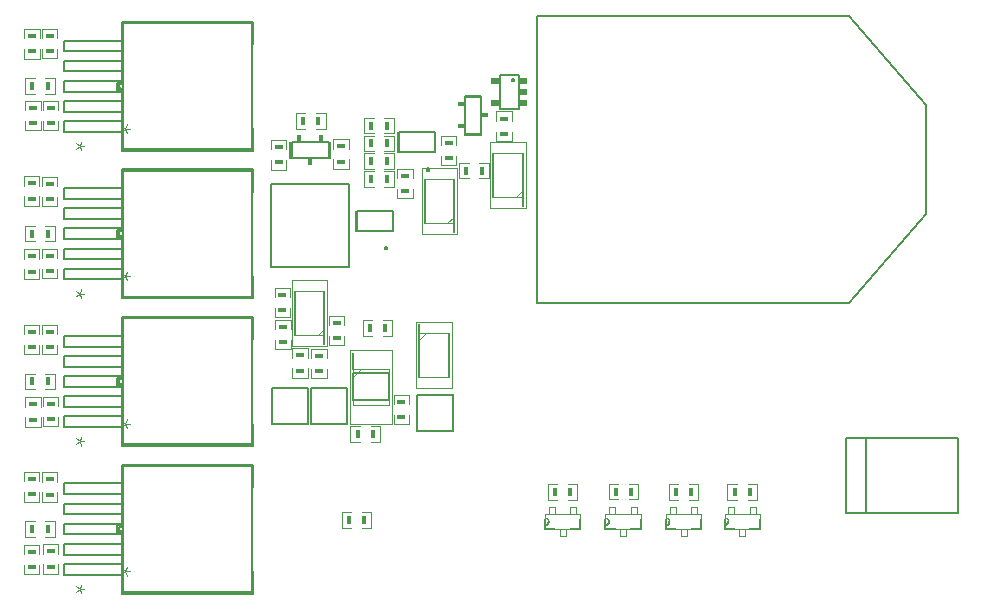
<source format=gbr>
G04 EAGLE Gerber RS-274X export*
G75*
%MOMM*%
%FSLAX34Y34*%
%LPD*%
%INSilkscreen Bottom*%
%IPPOS*%
%AMOC8*
5,1,8,0,0,1.08239X$1,22.5*%
G01*
%ADD10C,0.100000*%
%ADD11R,0.800000X0.300000*%
%ADD12R,0.100000X1.600000*%
%ADD13R,0.300000X0.800000*%
%ADD14R,1.600000X0.100000*%
%ADD15C,0.050000*%
%ADD16C,0.200000*%
%ADD17C,0.127000*%
%ADD18C,0.203200*%
%ADD19C,0.152400*%
%ADD20R,0.457200X0.584200*%
%ADD21R,0.584200X0.457200*%
%ADD22R,0.650000X0.500000*%
%ADD23C,0.076200*%
%ADD24C,0.000000*%


D10*
X364500Y168300D02*
X364500Y176300D01*
X377500Y176300D01*
X377500Y168300D01*
X364500Y159300D02*
X364500Y151300D01*
X377500Y151300D01*
X377500Y159300D01*
D11*
X371000Y170300D03*
X371000Y157300D03*
D12*
X367500Y163800D03*
X374500Y163800D03*
D10*
X64400Y32300D02*
X64400Y24300D01*
X51400Y24300D01*
X51400Y32300D01*
X64400Y41300D02*
X64400Y49300D01*
X51400Y49300D01*
X51400Y41300D01*
D11*
X57900Y30300D03*
X57900Y43300D03*
D12*
X61400Y36800D03*
X54400Y36800D03*
D10*
X67600Y41600D02*
X67600Y49600D01*
X80600Y49600D01*
X80600Y41600D01*
X67600Y32600D02*
X67600Y24600D01*
X80600Y24600D01*
X80600Y32600D01*
D11*
X74100Y43600D03*
X74100Y30600D03*
D12*
X70600Y37100D03*
X77600Y37100D03*
D10*
X67600Y166500D02*
X67600Y174500D01*
X80600Y174500D01*
X80600Y166500D01*
X67600Y157500D02*
X67600Y149500D01*
X80600Y149500D01*
X80600Y157500D01*
D11*
X74100Y168500D03*
X74100Y155500D03*
D12*
X70600Y162000D03*
X77600Y162000D03*
D10*
X64400Y274400D02*
X64400Y282400D01*
X64400Y274400D02*
X51400Y274400D01*
X51400Y282400D01*
X64400Y291400D02*
X64400Y299400D01*
X51400Y299400D01*
X51400Y291400D01*
D11*
X57900Y280400D03*
X57900Y293400D03*
D12*
X61400Y286900D03*
X54400Y286900D03*
D10*
X66600Y291700D02*
X66600Y299700D01*
X79600Y299700D01*
X79600Y291700D01*
X66600Y282700D02*
X66600Y274700D01*
X79600Y274700D01*
X79600Y282700D01*
D11*
X73100Y293700D03*
X73100Y280700D03*
D12*
X69600Y287200D03*
X76600Y287200D03*
D10*
X65400Y400200D02*
X65400Y408200D01*
X65400Y400200D02*
X52400Y400200D01*
X52400Y408200D01*
X65400Y417200D02*
X65400Y425200D01*
X52400Y425200D01*
X52400Y417200D01*
D11*
X58900Y406200D03*
X58900Y419200D03*
D12*
X62400Y412700D03*
X55400Y412700D03*
D10*
X309600Y243000D02*
X309600Y235000D01*
X309600Y243000D02*
X322600Y243000D01*
X322600Y235000D01*
X309600Y226000D02*
X309600Y218000D01*
X322600Y218000D01*
X322600Y226000D01*
D11*
X316100Y237000D03*
X316100Y224000D03*
D12*
X312600Y230500D03*
X319600Y230500D03*
D10*
X67600Y417100D02*
X67600Y425100D01*
X80600Y425100D01*
X80600Y417100D01*
X67600Y408100D02*
X67600Y400100D01*
X80600Y400100D01*
X80600Y408100D01*
D11*
X74100Y419100D03*
X74100Y406100D03*
D12*
X70600Y412600D03*
X77600Y412600D03*
D10*
X337400Y76600D02*
X345400Y76600D01*
X345400Y63600D01*
X337400Y63600D01*
X328400Y76600D02*
X320400Y76600D01*
X320400Y63600D01*
X328400Y63600D01*
D13*
X339400Y70100D03*
X326400Y70100D03*
D14*
X332900Y73600D03*
X332900Y66600D03*
D10*
X344800Y149400D02*
X352800Y149400D01*
X352800Y136400D01*
X344800Y136400D01*
X335800Y149400D02*
X327800Y149400D01*
X327800Y136400D01*
X335800Y136400D01*
D13*
X346800Y142900D03*
X333800Y142900D03*
D14*
X340300Y146400D03*
X340300Y139400D03*
D10*
X260600Y383900D02*
X260600Y391900D01*
X273600Y391900D01*
X273600Y383900D01*
X260600Y374900D02*
X260600Y366900D01*
X273600Y366900D01*
X273600Y374900D01*
D11*
X267100Y385900D03*
X267100Y372900D03*
D12*
X263600Y379400D03*
X270600Y379400D03*
D10*
X65400Y157100D02*
X65400Y149100D01*
X52400Y149100D01*
X52400Y157100D01*
X65400Y166100D02*
X65400Y174100D01*
X52400Y174100D01*
X52400Y166100D01*
D11*
X58900Y155100D03*
X58900Y168100D03*
D12*
X62400Y161600D03*
X55400Y161600D03*
D15*
X308300Y217350D02*
X308300Y273050D01*
X278300Y273050D01*
X278300Y217350D01*
X308300Y217350D01*
D10*
X305800Y226700D02*
X305800Y263700D01*
X280800Y263700D01*
X280800Y226700D01*
X305800Y226700D01*
X300200Y226700D02*
X305800Y232300D01*
D16*
X305800Y218850D02*
X305800Y263700D01*
X280800Y263700D02*
X280800Y226700D01*
D15*
X383700Y237550D02*
X383700Y181850D01*
X413700Y181850D01*
X413700Y237550D01*
X383700Y237550D01*
D10*
X386200Y228200D02*
X386200Y191200D01*
X411200Y191200D01*
X411200Y228200D01*
X386200Y228200D01*
X391800Y228200D02*
X386200Y222600D01*
D16*
X386200Y236050D02*
X386200Y191200D01*
X411200Y191200D02*
X411200Y228200D01*
D15*
X476300Y334250D02*
X476300Y389950D01*
X446300Y389950D01*
X446300Y334250D01*
X476300Y334250D01*
D10*
X473800Y343600D02*
X473800Y380600D01*
X448800Y380600D01*
X448800Y343600D01*
X473800Y343600D01*
X468200Y343600D02*
X473800Y349200D01*
D16*
X473800Y335750D02*
X473800Y380600D01*
X448800Y380600D02*
X448800Y343600D01*
D15*
X327800Y214400D02*
X327800Y151400D01*
X362800Y151400D01*
X362800Y214400D01*
X327800Y214400D01*
D10*
X330300Y197900D02*
X330300Y167900D01*
X360300Y167900D01*
X360300Y197900D01*
X330300Y197900D01*
X336800Y197900D02*
X330300Y191400D01*
D16*
X330300Y194400D02*
X330300Y171400D01*
X360300Y171400D01*
X360300Y194400D01*
X330300Y194400D01*
X329800Y197900D02*
X329800Y211900D01*
D17*
X747400Y139550D02*
X747400Y76050D01*
X763900Y76050D01*
X763900Y139550D01*
X747400Y139550D01*
X763900Y139550D02*
X842600Y139550D01*
X842600Y76050D01*
X763900Y76050D01*
X326800Y355000D02*
X260800Y355000D01*
X260800Y284000D02*
X326800Y284000D01*
X260800Y284000D02*
X260800Y355000D01*
X326800Y355000D02*
X326800Y284000D01*
X260800Y284000D02*
X260800Y355000D01*
X326800Y355000D02*
X326800Y284000D01*
D16*
X414450Y176450D02*
X414450Y145950D01*
X414450Y176450D02*
X383950Y176450D01*
X383950Y145950D01*
X414450Y145950D01*
D10*
X414450Y176750D01*
X383950Y176450D02*
X383950Y146200D01*
D18*
X309424Y376696D02*
X309424Y389904D01*
D19*
X277976Y389904D01*
D18*
X277976Y376696D01*
X309424Y376696D01*
X276976Y376696D02*
X276976Y389824D01*
X276976Y376696D02*
X286564Y376696D01*
X310424Y376696D02*
X310424Y389824D01*
X310424Y376696D02*
X300836Y376696D01*
X295924Y389904D02*
X291336Y389904D01*
D20*
X293700Y373267D03*
X303098Y393333D03*
X284302Y393333D03*
D16*
X294750Y182150D02*
X294750Y151650D01*
X325250Y151650D01*
X325250Y182150D01*
X294750Y182150D01*
D10*
X294750Y151350D01*
X325250Y151650D02*
X325250Y181900D01*
D16*
X261450Y182150D02*
X261450Y151650D01*
X291950Y151650D01*
X291950Y182150D01*
X261450Y182150D01*
D10*
X261450Y151350D01*
X291950Y151650D02*
X291950Y181900D01*
D18*
X425096Y428524D02*
X438304Y428524D01*
D19*
X425096Y428524D02*
X425096Y397076D01*
D18*
X438304Y397076D01*
X438304Y428524D01*
X438304Y396076D02*
X425176Y396076D01*
X438304Y396076D02*
X438304Y405664D01*
X438304Y429524D02*
X425176Y429524D01*
X438304Y429524D02*
X438304Y419936D01*
X425096Y415024D02*
X425096Y410436D01*
D21*
X441733Y412800D03*
X421667Y422198D03*
X421667Y403402D03*
D10*
X79500Y93700D02*
X79500Y85700D01*
X66500Y85700D01*
X66500Y93700D01*
X79500Y102700D02*
X79500Y110700D01*
X66500Y110700D01*
X66500Y102700D01*
D11*
X73000Y91700D03*
X73000Y104700D03*
D12*
X76500Y98200D03*
X69500Y98200D03*
D10*
X64500Y93800D02*
X64500Y85800D01*
X51500Y85800D01*
X51500Y93800D01*
X64500Y102800D02*
X64500Y110800D01*
X51500Y110800D01*
X51500Y102800D01*
D11*
X58000Y91800D03*
X58000Y104800D03*
D12*
X61500Y98300D03*
X54500Y98300D03*
D10*
X664000Y100500D02*
X672000Y100500D01*
X672000Y87500D01*
X664000Y87500D01*
X655000Y100500D02*
X647000Y100500D01*
X647000Y87500D01*
X655000Y87500D01*
D13*
X666000Y94000D03*
X653000Y94000D03*
D14*
X659500Y97500D03*
X659500Y90500D03*
D10*
X277200Y214600D02*
X277200Y222600D01*
X277200Y214600D02*
X264200Y214600D01*
X264200Y222600D01*
X277200Y231600D02*
X277200Y239600D01*
X264200Y239600D01*
X264200Y231600D01*
D11*
X270700Y220600D03*
X270700Y233600D03*
D12*
X274200Y227100D03*
X267200Y227100D03*
D10*
X276500Y241900D02*
X276500Y249900D01*
X276500Y241900D02*
X263500Y241900D01*
X263500Y249900D01*
X276500Y258900D02*
X276500Y266900D01*
X263500Y266900D01*
X263500Y258900D01*
D11*
X270000Y247900D03*
X270000Y260900D03*
D12*
X273500Y254400D03*
X266500Y254400D03*
D10*
X614400Y100500D02*
X622400Y100500D01*
X622400Y87500D01*
X614400Y87500D01*
X605400Y100500D02*
X597400Y100500D01*
X597400Y87500D01*
X605400Y87500D01*
D13*
X616400Y94000D03*
X603400Y94000D03*
D14*
X609900Y97500D03*
X609900Y90500D03*
D10*
X79500Y210500D02*
X79500Y218500D01*
X79500Y210500D02*
X66500Y210500D01*
X66500Y218500D01*
X79500Y227500D02*
X79500Y235500D01*
X66500Y235500D01*
X66500Y227500D01*
D11*
X73000Y216500D03*
X73000Y229500D03*
D12*
X76500Y223000D03*
X69500Y223000D03*
D10*
X64500Y218600D02*
X64500Y210600D01*
X51500Y210600D01*
X51500Y218600D01*
X64500Y227600D02*
X64500Y235600D01*
X51500Y235600D01*
X51500Y227600D01*
D11*
X58000Y216600D03*
X58000Y229600D03*
D12*
X61500Y223100D03*
X54500Y223100D03*
D10*
X291500Y198700D02*
X291500Y190700D01*
X278500Y190700D01*
X278500Y198700D01*
X291500Y207700D02*
X291500Y215700D01*
X278500Y215700D01*
X278500Y207700D01*
D11*
X285000Y196700D03*
X285000Y209700D03*
D12*
X288500Y203200D03*
X281500Y203200D03*
D10*
X77500Y69000D02*
X69500Y69000D01*
X77500Y69000D02*
X77500Y56000D01*
X69500Y56000D01*
X60500Y69000D02*
X52500Y69000D01*
X52500Y56000D01*
X60500Y56000D01*
D13*
X71500Y62500D03*
X58500Y62500D03*
D14*
X65000Y66000D03*
X65000Y59000D03*
D10*
X511900Y100500D02*
X519900Y100500D01*
X519900Y87500D01*
X511900Y87500D01*
X502900Y100500D02*
X494900Y100500D01*
X494900Y87500D01*
X502900Y87500D01*
D13*
X513900Y94000D03*
X500900Y94000D03*
D14*
X507400Y97500D03*
X507400Y90500D03*
D10*
X77500Y194000D02*
X69500Y194000D01*
X77500Y194000D02*
X77500Y181000D01*
X69500Y181000D01*
X60500Y194000D02*
X52500Y194000D01*
X52500Y181000D01*
X60500Y181000D01*
D13*
X71500Y187500D03*
X58500Y187500D03*
D14*
X65000Y191000D03*
X65000Y184000D03*
D10*
X79500Y335900D02*
X79500Y343900D01*
X79500Y335900D02*
X66500Y335900D01*
X66500Y343900D01*
X79500Y352900D02*
X79500Y360900D01*
X66500Y360900D01*
X66500Y352900D01*
D11*
X73000Y341900D03*
X73000Y354900D03*
D12*
X76500Y348400D03*
X69500Y348400D03*
D10*
X64500Y344300D02*
X64500Y336300D01*
X51500Y336300D01*
X51500Y344300D01*
X64500Y353300D02*
X64500Y361300D01*
X51500Y361300D01*
X51500Y353300D01*
D11*
X58000Y342300D03*
X58000Y355300D03*
D12*
X61500Y348800D03*
X54500Y348800D03*
D10*
X69500Y319000D02*
X77500Y319000D01*
X77500Y306000D01*
X69500Y306000D01*
X60500Y319000D02*
X52500Y319000D01*
X52500Y306000D01*
X60500Y306000D01*
D13*
X71500Y312500D03*
X58500Y312500D03*
D14*
X65000Y316000D03*
X65000Y309000D03*
D10*
X79600Y461000D02*
X79600Y469000D01*
X79600Y461000D02*
X66600Y461000D01*
X66600Y469000D01*
X79600Y478000D02*
X79600Y486000D01*
X66600Y486000D01*
X66600Y478000D01*
D11*
X73100Y467000D03*
X73100Y480000D03*
D12*
X76600Y473500D03*
X69600Y473500D03*
D10*
X64600Y468900D02*
X64600Y460900D01*
X51600Y460900D01*
X51600Y468900D01*
X64600Y477900D02*
X64600Y485900D01*
X51600Y485900D01*
X51600Y477900D01*
D11*
X58100Y466900D03*
X58100Y479900D03*
D12*
X61600Y473400D03*
X54600Y473400D03*
D10*
X69500Y444000D02*
X77500Y444000D01*
X77500Y431000D01*
X69500Y431000D01*
X60500Y444000D02*
X52500Y444000D01*
X52500Y431000D01*
X60500Y431000D01*
D13*
X71500Y437500D03*
X58500Y437500D03*
D14*
X65000Y441000D03*
X65000Y434000D03*
D10*
X563400Y100600D02*
X571400Y100600D01*
X571400Y87600D01*
X563400Y87600D01*
X554400Y100600D02*
X546400Y100600D01*
X546400Y87600D01*
X554400Y87600D01*
D13*
X565400Y94100D03*
X552400Y94100D03*
D14*
X558900Y97600D03*
X558900Y90600D03*
D10*
X451400Y408100D02*
X451400Y416100D01*
X464400Y416100D01*
X464400Y408100D01*
X451400Y399100D02*
X451400Y391100D01*
X464400Y391100D01*
X464400Y399100D01*
D11*
X457900Y410100D03*
X457900Y397100D03*
D12*
X454400Y403600D03*
X461400Y403600D03*
D10*
X445000Y372600D02*
X437000Y372600D01*
X445000Y372600D02*
X445000Y359600D01*
X437000Y359600D01*
X428000Y372600D02*
X420000Y372600D01*
X420000Y359600D01*
X428000Y359600D01*
D13*
X439000Y366100D03*
X426000Y366100D03*
D14*
X432500Y369600D03*
X432500Y362600D03*
D10*
X307600Y198200D02*
X307600Y190200D01*
X294600Y190200D01*
X294600Y198200D01*
X307600Y207200D02*
X307600Y215200D01*
X294600Y215200D01*
X294600Y207200D01*
D11*
X301100Y196200D03*
X301100Y209200D03*
D12*
X304600Y202700D03*
X297600Y202700D03*
D10*
X355400Y239200D02*
X363400Y239200D01*
X363400Y226200D01*
X355400Y226200D01*
X346400Y239200D02*
X338400Y239200D01*
X338400Y226200D01*
X346400Y226200D01*
D13*
X357400Y232700D03*
X344400Y232700D03*
D14*
X350900Y236200D03*
X350900Y229200D03*
D10*
X306700Y414600D02*
X298700Y414600D01*
X306700Y414600D02*
X306700Y401600D01*
X298700Y401600D01*
X289700Y414600D02*
X281700Y414600D01*
X281700Y401600D01*
X289700Y401600D01*
D13*
X300700Y408100D03*
X287700Y408100D03*
D14*
X294200Y411600D03*
X294200Y404600D03*
D10*
X313300Y392600D02*
X313300Y384600D01*
X313300Y392600D02*
X326300Y392600D01*
X326300Y384600D01*
X313300Y375600D02*
X313300Y367600D01*
X326300Y367600D01*
X326300Y375600D01*
D11*
X319800Y386600D03*
X319800Y373600D03*
D12*
X316300Y380100D03*
X323300Y380100D03*
D19*
X454100Y418580D02*
X470300Y418580D01*
X470300Y447020D01*
X454100Y447020D01*
X454100Y418580D01*
X454100Y427580D02*
X454100Y438020D01*
X470300Y438020D02*
X470300Y437080D01*
X470300Y428520D02*
X470300Y427580D01*
X470300Y446080D02*
X470300Y447020D01*
X470300Y419520D02*
X470300Y418580D01*
X454100Y418580D02*
X454100Y419520D01*
X454100Y446080D02*
X454100Y447020D01*
D17*
X464200Y442800D02*
X464202Y442863D01*
X464208Y442925D01*
X464218Y442987D01*
X464231Y443049D01*
X464249Y443109D01*
X464270Y443168D01*
X464295Y443226D01*
X464324Y443282D01*
X464356Y443336D01*
X464391Y443388D01*
X464429Y443437D01*
X464471Y443485D01*
X464515Y443529D01*
X464563Y443571D01*
X464612Y443609D01*
X464664Y443644D01*
X464718Y443676D01*
X464774Y443705D01*
X464832Y443730D01*
X464891Y443751D01*
X464951Y443769D01*
X465013Y443782D01*
X465075Y443792D01*
X465137Y443798D01*
X465200Y443800D01*
X465263Y443798D01*
X465325Y443792D01*
X465387Y443782D01*
X465449Y443769D01*
X465509Y443751D01*
X465568Y443730D01*
X465626Y443705D01*
X465682Y443676D01*
X465736Y443644D01*
X465788Y443609D01*
X465837Y443571D01*
X465885Y443529D01*
X465929Y443485D01*
X465971Y443437D01*
X466009Y443388D01*
X466044Y443336D01*
X466076Y443282D01*
X466105Y443226D01*
X466130Y443168D01*
X466151Y443109D01*
X466169Y443049D01*
X466182Y442987D01*
X466192Y442925D01*
X466198Y442863D01*
X466200Y442800D01*
X466198Y442737D01*
X466192Y442675D01*
X466182Y442613D01*
X466169Y442551D01*
X466151Y442491D01*
X466130Y442432D01*
X466105Y442374D01*
X466076Y442318D01*
X466044Y442264D01*
X466009Y442212D01*
X465971Y442163D01*
X465929Y442115D01*
X465885Y442071D01*
X465837Y442029D01*
X465788Y441991D01*
X465736Y441956D01*
X465682Y441924D01*
X465626Y441895D01*
X465568Y441870D01*
X465509Y441849D01*
X465449Y441831D01*
X465387Y441818D01*
X465325Y441808D01*
X465263Y441802D01*
X465200Y441800D01*
X465137Y441802D01*
X465075Y441808D01*
X465013Y441818D01*
X464951Y441831D01*
X464891Y441849D01*
X464832Y441870D01*
X464774Y441895D01*
X464718Y441924D01*
X464664Y441956D01*
X464612Y441991D01*
X464563Y442029D01*
X464515Y442071D01*
X464471Y442115D01*
X464429Y442163D01*
X464391Y442212D01*
X464356Y442264D01*
X464324Y442318D01*
X464295Y442374D01*
X464270Y442432D01*
X464249Y442491D01*
X464231Y442551D01*
X464218Y442613D01*
X464208Y442675D01*
X464202Y442737D01*
X464200Y442800D01*
D22*
X473950Y442300D03*
X473950Y432800D03*
X473950Y423300D03*
X450450Y423300D03*
X450450Y442300D03*
D19*
X135644Y33036D02*
X135644Y23892D01*
X85352Y23892D01*
X85352Y33036D01*
X135644Y33036D01*
X135644Y40910D02*
X135644Y50054D01*
X135644Y40910D02*
X85352Y40910D01*
X85352Y50054D01*
X135644Y50054D01*
X135644Y57928D02*
X135644Y60468D01*
X135644Y57928D02*
X85352Y57928D01*
X85352Y67072D01*
X135644Y67072D01*
X135644Y74946D02*
X135644Y84090D01*
X135644Y74946D02*
X85352Y74946D01*
X85352Y84090D01*
X135644Y84090D01*
X135644Y91964D02*
X135644Y101108D01*
X135644Y91964D02*
X85352Y91964D01*
X85352Y101108D01*
X135644Y101108D01*
X135644Y67072D02*
X135644Y64532D01*
X135644Y60468D01*
X132088Y60722D01*
X132088Y64532D01*
X135644Y64532D01*
X135644Y115840D02*
X135644Y9160D01*
X135644Y115840D02*
X244356Y115840D01*
X244356Y9160D01*
X135644Y9160D01*
D23*
X137112Y26651D02*
X141091Y26651D01*
X137112Y26651D02*
X134127Y28972D01*
X137112Y26651D02*
X134127Y24329D01*
X137112Y26651D02*
X138438Y30298D01*
X137112Y26651D02*
X138438Y23003D01*
D19*
X129548Y23892D02*
X119388Y23892D01*
X119388Y40910D02*
X129548Y40910D01*
X129548Y57928D02*
X119388Y57928D01*
X119388Y74946D02*
X129548Y74946D01*
X129548Y91964D02*
X119388Y91964D01*
X119388Y33036D02*
X129548Y33036D01*
X129548Y50054D02*
X119388Y50054D01*
X119388Y67072D02*
X129548Y67072D01*
X129548Y84090D02*
X119388Y84090D01*
X119388Y101108D02*
X129548Y101108D01*
X134628Y59452D02*
X134628Y7890D01*
X134628Y59452D02*
X130564Y59452D01*
X130564Y65548D01*
X134628Y65548D01*
X134628Y117110D01*
X245372Y117110D01*
X245372Y98314D01*
X245372Y7890D02*
X134628Y7890D01*
X245372Y7890D02*
X245372Y26686D01*
D23*
X102483Y11919D02*
X98504Y11919D01*
X95519Y14240D01*
X98504Y11919D02*
X95519Y9597D01*
X98504Y11919D02*
X99830Y15566D01*
X98504Y11919D02*
X99830Y8271D01*
D19*
X135644Y148892D02*
X135644Y158036D01*
X135644Y148892D02*
X85352Y148892D01*
X85352Y158036D01*
X135644Y158036D01*
X135644Y165910D02*
X135644Y175054D01*
X135644Y165910D02*
X85352Y165910D01*
X85352Y175054D01*
X135644Y175054D01*
X135644Y182928D02*
X135644Y185468D01*
X135644Y182928D02*
X85352Y182928D01*
X85352Y192072D01*
X135644Y192072D01*
X135644Y199946D02*
X135644Y209090D01*
X135644Y199946D02*
X85352Y199946D01*
X85352Y209090D01*
X135644Y209090D01*
X135644Y216964D02*
X135644Y226108D01*
X135644Y216964D02*
X85352Y216964D01*
X85352Y226108D01*
X135644Y226108D01*
X135644Y192072D02*
X135644Y189532D01*
X135644Y185468D01*
X132088Y185722D01*
X132088Y189532D01*
X135644Y189532D01*
X135644Y240840D02*
X135644Y134160D01*
X135644Y240840D02*
X244356Y240840D01*
X244356Y134160D01*
X135644Y134160D01*
D23*
X137112Y151651D02*
X141091Y151651D01*
X137112Y151651D02*
X134127Y153972D01*
X137112Y151651D02*
X134127Y149329D01*
X137112Y151651D02*
X138438Y155298D01*
X137112Y151651D02*
X138438Y148003D01*
D19*
X129548Y148892D02*
X119388Y148892D01*
X119388Y165910D02*
X129548Y165910D01*
X129548Y182928D02*
X119388Y182928D01*
X119388Y199946D02*
X129548Y199946D01*
X129548Y216964D02*
X119388Y216964D01*
X119388Y158036D02*
X129548Y158036D01*
X129548Y175054D02*
X119388Y175054D01*
X119388Y192072D02*
X129548Y192072D01*
X129548Y209090D02*
X119388Y209090D01*
X119388Y226108D02*
X129548Y226108D01*
X134628Y184452D02*
X134628Y132890D01*
X134628Y184452D02*
X130564Y184452D01*
X130564Y190548D01*
X134628Y190548D01*
X134628Y242110D01*
X245372Y242110D01*
X245372Y223314D01*
X245372Y132890D02*
X134628Y132890D01*
X245372Y132890D02*
X245372Y151686D01*
D23*
X102483Y136919D02*
X98504Y136919D01*
X95519Y139240D01*
X98504Y136919D02*
X95519Y134597D01*
X98504Y136919D02*
X99830Y140566D01*
X98504Y136919D02*
X99830Y133271D01*
D19*
X135644Y273892D02*
X135644Y283036D01*
X135644Y273892D02*
X85352Y273892D01*
X85352Y283036D01*
X135644Y283036D01*
X135644Y290910D02*
X135644Y300054D01*
X135644Y290910D02*
X85352Y290910D01*
X85352Y300054D01*
X135644Y300054D01*
X135644Y307928D02*
X135644Y310468D01*
X135644Y307928D02*
X85352Y307928D01*
X85352Y317072D01*
X135644Y317072D01*
X135644Y324946D02*
X135644Y334090D01*
X135644Y324946D02*
X85352Y324946D01*
X85352Y334090D01*
X135644Y334090D01*
X135644Y341964D02*
X135644Y351108D01*
X135644Y341964D02*
X85352Y341964D01*
X85352Y351108D01*
X135644Y351108D01*
X135644Y317072D02*
X135644Y314532D01*
X135644Y310468D01*
X132088Y310722D01*
X132088Y314532D01*
X135644Y314532D01*
X135644Y365840D02*
X135644Y259160D01*
X135644Y365840D02*
X244356Y365840D01*
X244356Y259160D01*
X135644Y259160D01*
D23*
X137112Y276651D02*
X141091Y276651D01*
X137112Y276651D02*
X134127Y278972D01*
X137112Y276651D02*
X134127Y274329D01*
X137112Y276651D02*
X138438Y280298D01*
X137112Y276651D02*
X138438Y273003D01*
D19*
X129548Y273892D02*
X119388Y273892D01*
X119388Y290910D02*
X129548Y290910D01*
X129548Y307928D02*
X119388Y307928D01*
X119388Y324946D02*
X129548Y324946D01*
X129548Y341964D02*
X119388Y341964D01*
X119388Y283036D02*
X129548Y283036D01*
X129548Y300054D02*
X119388Y300054D01*
X119388Y317072D02*
X129548Y317072D01*
X129548Y334090D02*
X119388Y334090D01*
X119388Y351108D02*
X129548Y351108D01*
X134628Y309452D02*
X134628Y257890D01*
X134628Y309452D02*
X130564Y309452D01*
X130564Y315548D01*
X134628Y315548D01*
X134628Y367110D01*
X245372Y367110D01*
X245372Y348314D01*
X245372Y257890D02*
X134628Y257890D01*
X245372Y257890D02*
X245372Y276686D01*
D23*
X102483Y261919D02*
X98504Y261919D01*
X95519Y264240D01*
X98504Y261919D02*
X95519Y259597D01*
X98504Y261919D02*
X99830Y265566D01*
X98504Y261919D02*
X99830Y258271D01*
D19*
X135644Y398892D02*
X135644Y408036D01*
X135644Y398892D02*
X85352Y398892D01*
X85352Y408036D01*
X135644Y408036D01*
X135644Y415910D02*
X135644Y425054D01*
X135644Y415910D02*
X85352Y415910D01*
X85352Y425054D01*
X135644Y425054D01*
X135644Y432928D02*
X135644Y435468D01*
X135644Y432928D02*
X85352Y432928D01*
X85352Y442072D01*
X135644Y442072D01*
X135644Y449946D02*
X135644Y459090D01*
X135644Y449946D02*
X85352Y449946D01*
X85352Y459090D01*
X135644Y459090D01*
X135644Y466964D02*
X135644Y476108D01*
X135644Y466964D02*
X85352Y466964D01*
X85352Y476108D01*
X135644Y476108D01*
X135644Y442072D02*
X135644Y439532D01*
X135644Y435468D01*
X132088Y435722D01*
X132088Y439532D01*
X135644Y439532D01*
X135644Y490840D02*
X135644Y384160D01*
X135644Y490840D02*
X244356Y490840D01*
X244356Y384160D01*
X135644Y384160D01*
D23*
X137112Y401651D02*
X141091Y401651D01*
X137112Y401651D02*
X134127Y403972D01*
X137112Y401651D02*
X134127Y399329D01*
X137112Y401651D02*
X138438Y405298D01*
X137112Y401651D02*
X138438Y398003D01*
D19*
X129548Y398892D02*
X119388Y398892D01*
X119388Y415910D02*
X129548Y415910D01*
X129548Y432928D02*
X119388Y432928D01*
X119388Y449946D02*
X129548Y449946D01*
X129548Y466964D02*
X119388Y466964D01*
X119388Y408036D02*
X129548Y408036D01*
X129548Y425054D02*
X119388Y425054D01*
X119388Y442072D02*
X129548Y442072D01*
X129548Y459090D02*
X119388Y459090D01*
X119388Y476108D02*
X129548Y476108D01*
X134628Y434452D02*
X134628Y382890D01*
X134628Y434452D02*
X130564Y434452D01*
X130564Y440548D01*
X134628Y440548D01*
X134628Y492110D01*
X245372Y492110D01*
X245372Y473314D01*
X245372Y382890D02*
X134628Y382890D01*
X245372Y382890D02*
X245372Y401686D01*
D23*
X102483Y386919D02*
X98504Y386919D01*
X95519Y389240D01*
X98504Y386919D02*
X95519Y384597D01*
X98504Y386919D02*
X99830Y390566D01*
X98504Y386919D02*
X99830Y383271D01*
D17*
X333500Y314800D02*
X363500Y314800D01*
X364150Y314800D02*
X364150Y331800D01*
X363500Y331800D02*
X333500Y331800D01*
X332850Y331800D02*
X332850Y314800D01*
X363500Y314800D02*
X363500Y331800D01*
X333500Y331800D02*
X333500Y314800D01*
D16*
X357000Y300250D02*
X357002Y300313D01*
X357008Y300375D01*
X357018Y300437D01*
X357031Y300499D01*
X357049Y300559D01*
X357070Y300618D01*
X357095Y300676D01*
X357124Y300732D01*
X357156Y300786D01*
X357191Y300838D01*
X357229Y300887D01*
X357271Y300935D01*
X357315Y300979D01*
X357363Y301021D01*
X357412Y301059D01*
X357464Y301094D01*
X357518Y301126D01*
X357574Y301155D01*
X357632Y301180D01*
X357691Y301201D01*
X357751Y301219D01*
X357813Y301232D01*
X357875Y301242D01*
X357937Y301248D01*
X358000Y301250D01*
X358063Y301248D01*
X358125Y301242D01*
X358187Y301232D01*
X358249Y301219D01*
X358309Y301201D01*
X358368Y301180D01*
X358426Y301155D01*
X358482Y301126D01*
X358536Y301094D01*
X358588Y301059D01*
X358637Y301021D01*
X358685Y300979D01*
X358729Y300935D01*
X358771Y300887D01*
X358809Y300838D01*
X358844Y300786D01*
X358876Y300732D01*
X358905Y300676D01*
X358930Y300618D01*
X358951Y300559D01*
X358969Y300499D01*
X358982Y300437D01*
X358992Y300375D01*
X358998Y300313D01*
X359000Y300250D01*
X358998Y300187D01*
X358992Y300125D01*
X358982Y300063D01*
X358969Y300001D01*
X358951Y299941D01*
X358930Y299882D01*
X358905Y299824D01*
X358876Y299768D01*
X358844Y299714D01*
X358809Y299662D01*
X358771Y299613D01*
X358729Y299565D01*
X358685Y299521D01*
X358637Y299479D01*
X358588Y299441D01*
X358536Y299406D01*
X358482Y299374D01*
X358426Y299345D01*
X358368Y299320D01*
X358309Y299299D01*
X358249Y299281D01*
X358187Y299268D01*
X358125Y299258D01*
X358063Y299252D01*
X358000Y299250D01*
X357937Y299252D01*
X357875Y299258D01*
X357813Y299268D01*
X357751Y299281D01*
X357691Y299299D01*
X357632Y299320D01*
X357574Y299345D01*
X357518Y299374D01*
X357464Y299406D01*
X357412Y299441D01*
X357363Y299479D01*
X357315Y299521D01*
X357271Y299565D01*
X357229Y299613D01*
X357191Y299662D01*
X357156Y299714D01*
X357124Y299768D01*
X357095Y299824D01*
X357070Y299882D01*
X357049Y299941D01*
X357031Y300001D01*
X357018Y300063D01*
X357008Y300125D01*
X357002Y300187D01*
X357000Y300250D01*
X357002Y300313D01*
X357008Y300375D01*
X357018Y300437D01*
X357031Y300499D01*
X357049Y300559D01*
X357070Y300618D01*
X357095Y300676D01*
X357124Y300732D01*
X357156Y300786D01*
X357191Y300838D01*
X357229Y300887D01*
X357271Y300935D01*
X357315Y300979D01*
X357363Y301021D01*
X357412Y301059D01*
X357464Y301094D01*
X357518Y301126D01*
X357574Y301155D01*
X357632Y301180D01*
X357691Y301201D01*
X357751Y301219D01*
X357813Y301232D01*
X357875Y301242D01*
X357937Y301248D01*
X358000Y301250D01*
X358063Y301248D01*
X358125Y301242D01*
X358187Y301232D01*
X358249Y301219D01*
X358309Y301201D01*
X358368Y301180D01*
X358426Y301155D01*
X358482Y301126D01*
X358536Y301094D01*
X358588Y301059D01*
X358637Y301021D01*
X358685Y300979D01*
X358729Y300935D01*
X358771Y300887D01*
X358809Y300838D01*
X358844Y300786D01*
X358876Y300732D01*
X358905Y300676D01*
X358930Y300618D01*
X358951Y300559D01*
X358969Y300499D01*
X358982Y300437D01*
X358992Y300375D01*
X358998Y300313D01*
X359000Y300250D01*
X358998Y300187D01*
X358992Y300125D01*
X358982Y300063D01*
X358969Y300001D01*
X358951Y299941D01*
X358930Y299882D01*
X358905Y299824D01*
X358876Y299768D01*
X358844Y299714D01*
X358809Y299662D01*
X358771Y299613D01*
X358729Y299565D01*
X358685Y299521D01*
X358637Y299479D01*
X358588Y299441D01*
X358536Y299406D01*
X358482Y299374D01*
X358426Y299345D01*
X358368Y299320D01*
X358309Y299299D01*
X358249Y299281D01*
X358187Y299268D01*
X358125Y299258D01*
X358063Y299252D01*
X358000Y299250D01*
X357937Y299252D01*
X357875Y299258D01*
X357813Y299268D01*
X357751Y299281D01*
X357691Y299299D01*
X357632Y299320D01*
X357574Y299345D01*
X357518Y299374D01*
X357464Y299406D01*
X357412Y299441D01*
X357363Y299479D01*
X357315Y299521D01*
X357271Y299565D01*
X357229Y299613D01*
X357191Y299662D01*
X357156Y299714D01*
X357124Y299768D01*
X357095Y299824D01*
X357070Y299882D01*
X357049Y299941D01*
X357031Y300001D01*
X357018Y300063D01*
X357008Y300125D01*
X357002Y300187D01*
X357000Y300250D01*
D19*
X492514Y62396D02*
X501404Y62396D01*
X522486Y62396D02*
X522486Y71286D01*
X522486Y62396D02*
X513596Y62396D01*
X492514Y62396D02*
X492514Y65952D01*
X492514Y71286D01*
X495562Y69254D02*
X495570Y69144D01*
X495573Y69034D01*
X495572Y68924D01*
X495567Y68815D01*
X495559Y68705D01*
X495546Y68596D01*
X495530Y68487D01*
X495509Y68379D01*
X495485Y68272D01*
X495457Y68166D01*
X495425Y68061D01*
X495389Y67957D01*
X495350Y67854D01*
X495307Y67753D01*
X495260Y67654D01*
X495210Y67556D01*
X495156Y67460D01*
X495099Y67367D01*
X495038Y67275D01*
X494975Y67185D01*
X494908Y67098D01*
X494838Y67014D01*
X494765Y66932D01*
X494689Y66852D01*
X494610Y66776D01*
X494528Y66702D01*
X494444Y66631D01*
X494358Y66564D01*
X494269Y66499D01*
X494178Y66438D01*
X494084Y66380D01*
X493989Y66326D01*
X493892Y66275D01*
X493793Y66227D01*
X493692Y66183D01*
X493590Y66143D01*
X493486Y66106D01*
X493381Y66074D01*
X493275Y66045D01*
X493168Y66020D01*
X493060Y65998D01*
X492952Y65981D01*
X492843Y65968D01*
X492733Y65958D01*
X492624Y65953D01*
X492514Y65951D01*
D24*
X522486Y62396D02*
X522486Y75604D01*
X522486Y62396D02*
X510040Y62396D01*
X504960Y62396D01*
X492514Y62396D01*
X492514Y65952D01*
X492514Y72048D01*
X492514Y75604D01*
X495816Y75604D01*
X500896Y75604D01*
X514104Y75604D01*
X495816Y75604D02*
X495816Y81446D01*
X500896Y81446D01*
X500896Y75604D01*
X519184Y75604D02*
X522486Y75604D01*
X519184Y75604D02*
X514104Y75604D01*
X514104Y81446D01*
X519184Y81446D01*
X519184Y75604D01*
X510040Y62396D02*
X510040Y56554D01*
X504960Y56554D01*
X504960Y62396D01*
X492514Y65952D02*
X492623Y65954D01*
X492731Y65960D01*
X492840Y65969D01*
X492948Y65983D01*
X493055Y66000D01*
X493162Y66022D01*
X493268Y66047D01*
X493373Y66075D01*
X493477Y66108D01*
X493579Y66144D01*
X493680Y66184D01*
X493780Y66227D01*
X493878Y66274D01*
X493975Y66325D01*
X494069Y66379D01*
X494162Y66436D01*
X494252Y66496D01*
X494341Y66560D01*
X494427Y66627D01*
X494510Y66696D01*
X494591Y66769D01*
X494669Y66845D01*
X494745Y66923D01*
X494818Y67004D01*
X494887Y67087D01*
X494954Y67173D01*
X495018Y67262D01*
X495078Y67352D01*
X495135Y67445D01*
X495189Y67539D01*
X495240Y67636D01*
X495287Y67734D01*
X495330Y67834D01*
X495370Y67935D01*
X495406Y68037D01*
X495439Y68141D01*
X495467Y68246D01*
X495492Y68352D01*
X495514Y68459D01*
X495531Y68566D01*
X495545Y68674D01*
X495554Y68783D01*
X495560Y68891D01*
X495562Y69000D01*
X495560Y69109D01*
X495554Y69217D01*
X495545Y69326D01*
X495531Y69434D01*
X495514Y69541D01*
X495492Y69648D01*
X495467Y69754D01*
X495439Y69859D01*
X495406Y69963D01*
X495370Y70065D01*
X495330Y70166D01*
X495287Y70266D01*
X495240Y70364D01*
X495189Y70461D01*
X495135Y70555D01*
X495078Y70648D01*
X495018Y70738D01*
X494954Y70827D01*
X494887Y70913D01*
X494818Y70996D01*
X494745Y71077D01*
X494669Y71155D01*
X494591Y71231D01*
X494510Y71304D01*
X494427Y71373D01*
X494341Y71440D01*
X494252Y71504D01*
X494162Y71564D01*
X494069Y71621D01*
X493975Y71675D01*
X493878Y71726D01*
X493780Y71773D01*
X493680Y71816D01*
X493579Y71856D01*
X493477Y71892D01*
X493373Y71925D01*
X493268Y71953D01*
X493162Y71978D01*
X493055Y72000D01*
X492948Y72017D01*
X492840Y72031D01*
X492731Y72040D01*
X492623Y72046D01*
X492514Y72048D01*
D19*
X543514Y62396D02*
X552404Y62396D01*
X573486Y62396D02*
X573486Y71286D01*
X573486Y62396D02*
X564596Y62396D01*
X543514Y62396D02*
X543514Y65952D01*
X543514Y71286D01*
X546562Y69254D02*
X546570Y69144D01*
X546573Y69034D01*
X546572Y68924D01*
X546567Y68815D01*
X546559Y68705D01*
X546546Y68596D01*
X546530Y68487D01*
X546509Y68379D01*
X546485Y68272D01*
X546457Y68166D01*
X546425Y68061D01*
X546389Y67957D01*
X546350Y67854D01*
X546307Y67753D01*
X546260Y67654D01*
X546210Y67556D01*
X546156Y67460D01*
X546099Y67367D01*
X546038Y67275D01*
X545975Y67185D01*
X545908Y67098D01*
X545838Y67014D01*
X545765Y66932D01*
X545689Y66852D01*
X545610Y66776D01*
X545528Y66702D01*
X545444Y66631D01*
X545358Y66564D01*
X545269Y66499D01*
X545178Y66438D01*
X545084Y66380D01*
X544989Y66326D01*
X544892Y66275D01*
X544793Y66227D01*
X544692Y66183D01*
X544590Y66143D01*
X544486Y66106D01*
X544381Y66074D01*
X544275Y66045D01*
X544168Y66020D01*
X544060Y65998D01*
X543952Y65981D01*
X543843Y65968D01*
X543733Y65958D01*
X543624Y65953D01*
X543514Y65951D01*
D24*
X573486Y62396D02*
X573486Y75604D01*
X573486Y62396D02*
X561040Y62396D01*
X555960Y62396D01*
X543514Y62396D01*
X543514Y65952D01*
X543514Y72048D01*
X543514Y75604D01*
X546816Y75604D01*
X551896Y75604D01*
X565104Y75604D01*
X546816Y75604D02*
X546816Y81446D01*
X551896Y81446D01*
X551896Y75604D01*
X570184Y75604D02*
X573486Y75604D01*
X570184Y75604D02*
X565104Y75604D01*
X565104Y81446D01*
X570184Y81446D01*
X570184Y75604D01*
X561040Y62396D02*
X561040Y56554D01*
X555960Y56554D01*
X555960Y62396D01*
X543514Y65952D02*
X543623Y65954D01*
X543731Y65960D01*
X543840Y65969D01*
X543948Y65983D01*
X544055Y66000D01*
X544162Y66022D01*
X544268Y66047D01*
X544373Y66075D01*
X544477Y66108D01*
X544579Y66144D01*
X544680Y66184D01*
X544780Y66227D01*
X544878Y66274D01*
X544975Y66325D01*
X545069Y66379D01*
X545162Y66436D01*
X545252Y66496D01*
X545341Y66560D01*
X545427Y66627D01*
X545510Y66696D01*
X545591Y66769D01*
X545669Y66845D01*
X545745Y66923D01*
X545818Y67004D01*
X545887Y67087D01*
X545954Y67173D01*
X546018Y67262D01*
X546078Y67352D01*
X546135Y67445D01*
X546189Y67539D01*
X546240Y67636D01*
X546287Y67734D01*
X546330Y67834D01*
X546370Y67935D01*
X546406Y68037D01*
X546439Y68141D01*
X546467Y68246D01*
X546492Y68352D01*
X546514Y68459D01*
X546531Y68566D01*
X546545Y68674D01*
X546554Y68783D01*
X546560Y68891D01*
X546562Y69000D01*
X546560Y69109D01*
X546554Y69217D01*
X546545Y69326D01*
X546531Y69434D01*
X546514Y69541D01*
X546492Y69648D01*
X546467Y69754D01*
X546439Y69859D01*
X546406Y69963D01*
X546370Y70065D01*
X546330Y70166D01*
X546287Y70266D01*
X546240Y70364D01*
X546189Y70461D01*
X546135Y70555D01*
X546078Y70648D01*
X546018Y70738D01*
X545954Y70827D01*
X545887Y70913D01*
X545818Y70996D01*
X545745Y71077D01*
X545669Y71155D01*
X545591Y71231D01*
X545510Y71304D01*
X545427Y71373D01*
X545341Y71440D01*
X545252Y71504D01*
X545162Y71564D01*
X545069Y71621D01*
X544975Y71675D01*
X544878Y71726D01*
X544780Y71773D01*
X544680Y71816D01*
X544579Y71856D01*
X544477Y71892D01*
X544373Y71925D01*
X544268Y71953D01*
X544162Y71978D01*
X544055Y72000D01*
X543948Y72017D01*
X543840Y72031D01*
X543731Y72040D01*
X543623Y72046D01*
X543514Y72048D01*
D19*
X644514Y62396D02*
X653404Y62396D01*
X674486Y62396D02*
X674486Y71286D01*
X674486Y62396D02*
X665596Y62396D01*
X644514Y62396D02*
X644514Y65952D01*
X644514Y71286D01*
X647562Y69254D02*
X647570Y69144D01*
X647573Y69034D01*
X647572Y68924D01*
X647567Y68815D01*
X647559Y68705D01*
X647546Y68596D01*
X647530Y68487D01*
X647509Y68379D01*
X647485Y68272D01*
X647457Y68166D01*
X647425Y68061D01*
X647389Y67957D01*
X647350Y67854D01*
X647307Y67753D01*
X647260Y67654D01*
X647210Y67556D01*
X647156Y67460D01*
X647099Y67367D01*
X647038Y67275D01*
X646975Y67185D01*
X646908Y67098D01*
X646838Y67014D01*
X646765Y66932D01*
X646689Y66852D01*
X646610Y66776D01*
X646528Y66702D01*
X646444Y66631D01*
X646358Y66564D01*
X646269Y66499D01*
X646178Y66438D01*
X646084Y66380D01*
X645989Y66326D01*
X645892Y66275D01*
X645793Y66227D01*
X645692Y66183D01*
X645590Y66143D01*
X645486Y66106D01*
X645381Y66074D01*
X645275Y66045D01*
X645168Y66020D01*
X645060Y65998D01*
X644952Y65981D01*
X644843Y65968D01*
X644733Y65958D01*
X644624Y65953D01*
X644514Y65951D01*
D24*
X674486Y62396D02*
X674486Y75604D01*
X674486Y62396D02*
X662040Y62396D01*
X656960Y62396D01*
X644514Y62396D01*
X644514Y65952D01*
X644514Y72048D01*
X644514Y75604D01*
X647816Y75604D01*
X652896Y75604D01*
X666104Y75604D01*
X647816Y75604D02*
X647816Y81446D01*
X652896Y81446D01*
X652896Y75604D01*
X671184Y75604D02*
X674486Y75604D01*
X671184Y75604D02*
X666104Y75604D01*
X666104Y81446D01*
X671184Y81446D01*
X671184Y75604D01*
X662040Y62396D02*
X662040Y56554D01*
X656960Y56554D01*
X656960Y62396D01*
X644514Y65952D02*
X644623Y65954D01*
X644731Y65960D01*
X644840Y65969D01*
X644948Y65983D01*
X645055Y66000D01*
X645162Y66022D01*
X645268Y66047D01*
X645373Y66075D01*
X645477Y66108D01*
X645579Y66144D01*
X645680Y66184D01*
X645780Y66227D01*
X645878Y66274D01*
X645975Y66325D01*
X646069Y66379D01*
X646162Y66436D01*
X646252Y66496D01*
X646341Y66560D01*
X646427Y66627D01*
X646510Y66696D01*
X646591Y66769D01*
X646669Y66845D01*
X646745Y66923D01*
X646818Y67004D01*
X646887Y67087D01*
X646954Y67173D01*
X647018Y67262D01*
X647078Y67352D01*
X647135Y67445D01*
X647189Y67539D01*
X647240Y67636D01*
X647287Y67734D01*
X647330Y67834D01*
X647370Y67935D01*
X647406Y68037D01*
X647439Y68141D01*
X647467Y68246D01*
X647492Y68352D01*
X647514Y68459D01*
X647531Y68566D01*
X647545Y68674D01*
X647554Y68783D01*
X647560Y68891D01*
X647562Y69000D01*
X647560Y69109D01*
X647554Y69217D01*
X647545Y69326D01*
X647531Y69434D01*
X647514Y69541D01*
X647492Y69648D01*
X647467Y69754D01*
X647439Y69859D01*
X647406Y69963D01*
X647370Y70065D01*
X647330Y70166D01*
X647287Y70266D01*
X647240Y70364D01*
X647189Y70461D01*
X647135Y70555D01*
X647078Y70648D01*
X647018Y70738D01*
X646954Y70827D01*
X646887Y70913D01*
X646818Y70996D01*
X646745Y71077D01*
X646669Y71155D01*
X646591Y71231D01*
X646510Y71304D01*
X646427Y71373D01*
X646341Y71440D01*
X646252Y71504D01*
X646162Y71564D01*
X646069Y71621D01*
X645975Y71675D01*
X645878Y71726D01*
X645780Y71773D01*
X645680Y71816D01*
X645579Y71856D01*
X645477Y71892D01*
X645373Y71925D01*
X645268Y71953D01*
X645162Y71978D01*
X645055Y72000D01*
X644948Y72017D01*
X644840Y72031D01*
X644731Y72040D01*
X644623Y72046D01*
X644514Y72048D01*
D19*
X603704Y62396D02*
X594814Y62396D01*
X624786Y62396D02*
X624786Y71286D01*
X624786Y62396D02*
X615896Y62396D01*
X594814Y62396D02*
X594814Y65952D01*
X594814Y71286D01*
X597862Y69254D02*
X597870Y69144D01*
X597873Y69034D01*
X597872Y68924D01*
X597867Y68815D01*
X597859Y68705D01*
X597846Y68596D01*
X597830Y68487D01*
X597809Y68379D01*
X597785Y68272D01*
X597757Y68166D01*
X597725Y68061D01*
X597689Y67957D01*
X597650Y67854D01*
X597607Y67753D01*
X597560Y67654D01*
X597510Y67556D01*
X597456Y67460D01*
X597399Y67367D01*
X597338Y67275D01*
X597275Y67185D01*
X597208Y67098D01*
X597138Y67014D01*
X597065Y66932D01*
X596989Y66852D01*
X596910Y66776D01*
X596828Y66702D01*
X596744Y66631D01*
X596658Y66564D01*
X596569Y66499D01*
X596478Y66438D01*
X596384Y66380D01*
X596289Y66326D01*
X596192Y66275D01*
X596093Y66227D01*
X595992Y66183D01*
X595890Y66143D01*
X595786Y66106D01*
X595681Y66074D01*
X595575Y66045D01*
X595468Y66020D01*
X595360Y65998D01*
X595252Y65981D01*
X595143Y65968D01*
X595033Y65958D01*
X594924Y65953D01*
X594814Y65951D01*
D24*
X624786Y62396D02*
X624786Y75604D01*
X624786Y62396D02*
X612340Y62396D01*
X607260Y62396D01*
X594814Y62396D01*
X594814Y65952D01*
X594814Y72048D01*
X594814Y75604D01*
X598116Y75604D01*
X603196Y75604D01*
X616404Y75604D01*
X598116Y75604D02*
X598116Y81446D01*
X603196Y81446D01*
X603196Y75604D01*
X621484Y75604D02*
X624786Y75604D01*
X621484Y75604D02*
X616404Y75604D01*
X616404Y81446D01*
X621484Y81446D01*
X621484Y75604D01*
X612340Y62396D02*
X612340Y56554D01*
X607260Y56554D01*
X607260Y62396D01*
X594814Y65952D02*
X594923Y65954D01*
X595031Y65960D01*
X595140Y65969D01*
X595248Y65983D01*
X595355Y66000D01*
X595462Y66022D01*
X595568Y66047D01*
X595673Y66075D01*
X595777Y66108D01*
X595879Y66144D01*
X595980Y66184D01*
X596080Y66227D01*
X596178Y66274D01*
X596275Y66325D01*
X596369Y66379D01*
X596462Y66436D01*
X596552Y66496D01*
X596641Y66560D01*
X596727Y66627D01*
X596810Y66696D01*
X596891Y66769D01*
X596969Y66845D01*
X597045Y66923D01*
X597118Y67004D01*
X597187Y67087D01*
X597254Y67173D01*
X597318Y67262D01*
X597378Y67352D01*
X597435Y67445D01*
X597489Y67539D01*
X597540Y67636D01*
X597587Y67734D01*
X597630Y67834D01*
X597670Y67935D01*
X597706Y68037D01*
X597739Y68141D01*
X597767Y68246D01*
X597792Y68352D01*
X597814Y68459D01*
X597831Y68566D01*
X597845Y68674D01*
X597854Y68783D01*
X597860Y68891D01*
X597862Y69000D01*
X597860Y69109D01*
X597854Y69217D01*
X597845Y69326D01*
X597831Y69434D01*
X597814Y69541D01*
X597792Y69648D01*
X597767Y69754D01*
X597739Y69859D01*
X597706Y69963D01*
X597670Y70065D01*
X597630Y70166D01*
X597587Y70266D01*
X597540Y70364D01*
X597489Y70461D01*
X597435Y70555D01*
X597378Y70648D01*
X597318Y70738D01*
X597254Y70827D01*
X597187Y70913D01*
X597118Y70996D01*
X597045Y71077D01*
X596969Y71155D01*
X596891Y71231D01*
X596810Y71304D01*
X596727Y71373D01*
X596641Y71440D01*
X596552Y71504D01*
X596462Y71564D01*
X596369Y71621D01*
X596275Y71675D01*
X596178Y71726D01*
X596080Y71773D01*
X595980Y71816D01*
X595879Y71856D01*
X595777Y71892D01*
X595673Y71925D01*
X595568Y71953D01*
X595462Y71978D01*
X595355Y72000D01*
X595248Y72017D01*
X595140Y72031D01*
X595031Y72040D01*
X594923Y72046D01*
X594814Y72048D01*
D16*
X814900Y329400D02*
X814900Y421400D01*
X749600Y497300D02*
X485500Y497300D01*
X485500Y253500D01*
X749600Y253500D01*
X814900Y329400D01*
X814900Y421400D02*
X749600Y497300D01*
D10*
X347500Y397500D02*
X339500Y397500D01*
X339500Y410500D01*
X347500Y410500D01*
X356500Y397500D02*
X364500Y397500D01*
X364500Y410500D01*
X356500Y410500D01*
D13*
X345500Y404000D03*
X358500Y404000D03*
D14*
X352000Y400500D03*
X352000Y407500D03*
D15*
X418000Y367850D02*
X418000Y312150D01*
X418000Y367850D02*
X388000Y367850D01*
X388000Y312150D01*
X418000Y312150D01*
D10*
X415500Y321500D02*
X415500Y358500D01*
X390500Y358500D01*
X390500Y321500D01*
X415500Y321500D01*
X409900Y321500D02*
X415500Y327100D01*
D16*
X415500Y313650D02*
X415500Y358500D01*
X390500Y358500D02*
X390500Y321500D01*
D10*
X347500Y367500D02*
X339500Y367500D01*
X339500Y380500D01*
X347500Y380500D01*
X356500Y367500D02*
X364500Y367500D01*
X364500Y380500D01*
X356500Y380500D01*
D13*
X345500Y374000D03*
X358500Y374000D03*
D14*
X352000Y370500D03*
X352000Y377500D03*
D10*
X367500Y367500D02*
X367500Y359500D01*
X367500Y367500D02*
X380500Y367500D01*
X380500Y359500D01*
X367500Y350500D02*
X367500Y342500D01*
X380500Y342500D01*
X380500Y350500D01*
D11*
X374000Y361500D03*
X374000Y348500D03*
D12*
X370500Y355000D03*
X377500Y355000D03*
D10*
X347500Y382500D02*
X339500Y382500D01*
X339500Y395500D01*
X347500Y395500D01*
X356500Y382500D02*
X364500Y382500D01*
X364500Y395500D01*
X356500Y395500D01*
D13*
X345500Y389000D03*
X358500Y389000D03*
D14*
X352000Y385500D03*
X352000Y392500D03*
D17*
X369000Y381500D02*
X399000Y381500D01*
X399650Y381500D02*
X399650Y398500D01*
X399000Y398500D02*
X369000Y398500D01*
X368350Y398500D02*
X368350Y381500D01*
X399000Y381500D02*
X399000Y398500D01*
X369000Y398500D02*
X369000Y381500D01*
D16*
X392500Y366950D02*
X392502Y367013D01*
X392508Y367075D01*
X392518Y367137D01*
X392531Y367199D01*
X392549Y367259D01*
X392570Y367318D01*
X392595Y367376D01*
X392624Y367432D01*
X392656Y367486D01*
X392691Y367538D01*
X392729Y367587D01*
X392771Y367635D01*
X392815Y367679D01*
X392863Y367721D01*
X392912Y367759D01*
X392964Y367794D01*
X393018Y367826D01*
X393074Y367855D01*
X393132Y367880D01*
X393191Y367901D01*
X393251Y367919D01*
X393313Y367932D01*
X393375Y367942D01*
X393437Y367948D01*
X393500Y367950D01*
X393563Y367948D01*
X393625Y367942D01*
X393687Y367932D01*
X393749Y367919D01*
X393809Y367901D01*
X393868Y367880D01*
X393926Y367855D01*
X393982Y367826D01*
X394036Y367794D01*
X394088Y367759D01*
X394137Y367721D01*
X394185Y367679D01*
X394229Y367635D01*
X394271Y367587D01*
X394309Y367538D01*
X394344Y367486D01*
X394376Y367432D01*
X394405Y367376D01*
X394430Y367318D01*
X394451Y367259D01*
X394469Y367199D01*
X394482Y367137D01*
X394492Y367075D01*
X394498Y367013D01*
X394500Y366950D01*
X394498Y366887D01*
X394492Y366825D01*
X394482Y366763D01*
X394469Y366701D01*
X394451Y366641D01*
X394430Y366582D01*
X394405Y366524D01*
X394376Y366468D01*
X394344Y366414D01*
X394309Y366362D01*
X394271Y366313D01*
X394229Y366265D01*
X394185Y366221D01*
X394137Y366179D01*
X394088Y366141D01*
X394036Y366106D01*
X393982Y366074D01*
X393926Y366045D01*
X393868Y366020D01*
X393809Y365999D01*
X393749Y365981D01*
X393687Y365968D01*
X393625Y365958D01*
X393563Y365952D01*
X393500Y365950D01*
X393437Y365952D01*
X393375Y365958D01*
X393313Y365968D01*
X393251Y365981D01*
X393191Y365999D01*
X393132Y366020D01*
X393074Y366045D01*
X393018Y366074D01*
X392964Y366106D01*
X392912Y366141D01*
X392863Y366179D01*
X392815Y366221D01*
X392771Y366265D01*
X392729Y366313D01*
X392691Y366362D01*
X392656Y366414D01*
X392624Y366468D01*
X392595Y366524D01*
X392570Y366582D01*
X392549Y366641D01*
X392531Y366701D01*
X392518Y366763D01*
X392508Y366825D01*
X392502Y366887D01*
X392500Y366950D01*
X392502Y367013D01*
X392508Y367075D01*
X392518Y367137D01*
X392531Y367199D01*
X392549Y367259D01*
X392570Y367318D01*
X392595Y367376D01*
X392624Y367432D01*
X392656Y367486D01*
X392691Y367538D01*
X392729Y367587D01*
X392771Y367635D01*
X392815Y367679D01*
X392863Y367721D01*
X392912Y367759D01*
X392964Y367794D01*
X393018Y367826D01*
X393074Y367855D01*
X393132Y367880D01*
X393191Y367901D01*
X393251Y367919D01*
X393313Y367932D01*
X393375Y367942D01*
X393437Y367948D01*
X393500Y367950D01*
X393563Y367948D01*
X393625Y367942D01*
X393687Y367932D01*
X393749Y367919D01*
X393809Y367901D01*
X393868Y367880D01*
X393926Y367855D01*
X393982Y367826D01*
X394036Y367794D01*
X394088Y367759D01*
X394137Y367721D01*
X394185Y367679D01*
X394229Y367635D01*
X394271Y367587D01*
X394309Y367538D01*
X394344Y367486D01*
X394376Y367432D01*
X394405Y367376D01*
X394430Y367318D01*
X394451Y367259D01*
X394469Y367199D01*
X394482Y367137D01*
X394492Y367075D01*
X394498Y367013D01*
X394500Y366950D01*
X394498Y366887D01*
X394492Y366825D01*
X394482Y366763D01*
X394469Y366701D01*
X394451Y366641D01*
X394430Y366582D01*
X394405Y366524D01*
X394376Y366468D01*
X394344Y366414D01*
X394309Y366362D01*
X394271Y366313D01*
X394229Y366265D01*
X394185Y366221D01*
X394137Y366179D01*
X394088Y366141D01*
X394036Y366106D01*
X393982Y366074D01*
X393926Y366045D01*
X393868Y366020D01*
X393809Y365999D01*
X393749Y365981D01*
X393687Y365968D01*
X393625Y365958D01*
X393563Y365952D01*
X393500Y365950D01*
X393437Y365952D01*
X393375Y365958D01*
X393313Y365968D01*
X393251Y365981D01*
X393191Y365999D01*
X393132Y366020D01*
X393074Y366045D01*
X393018Y366074D01*
X392964Y366106D01*
X392912Y366141D01*
X392863Y366179D01*
X392815Y366221D01*
X392771Y366265D01*
X392729Y366313D01*
X392691Y366362D01*
X392656Y366414D01*
X392624Y366468D01*
X392595Y366524D01*
X392570Y366582D01*
X392549Y366641D01*
X392531Y366701D01*
X392518Y366763D01*
X392508Y366825D01*
X392502Y366887D01*
X392500Y366950D01*
D10*
X404500Y387500D02*
X404500Y395500D01*
X417500Y395500D01*
X417500Y387500D01*
X404500Y378500D02*
X404500Y370500D01*
X417500Y370500D01*
X417500Y378500D01*
D11*
X411000Y389500D03*
X411000Y376500D03*
D12*
X407500Y383000D03*
X414500Y383000D03*
D10*
X364500Y365500D02*
X356500Y365500D01*
X364500Y365500D02*
X364500Y352500D01*
X356500Y352500D01*
X347500Y365500D02*
X339500Y365500D01*
X339500Y352500D01*
X347500Y352500D01*
D13*
X358500Y359000D03*
X345500Y359000D03*
D14*
X352000Y362500D03*
X352000Y355500D03*
M02*

</source>
